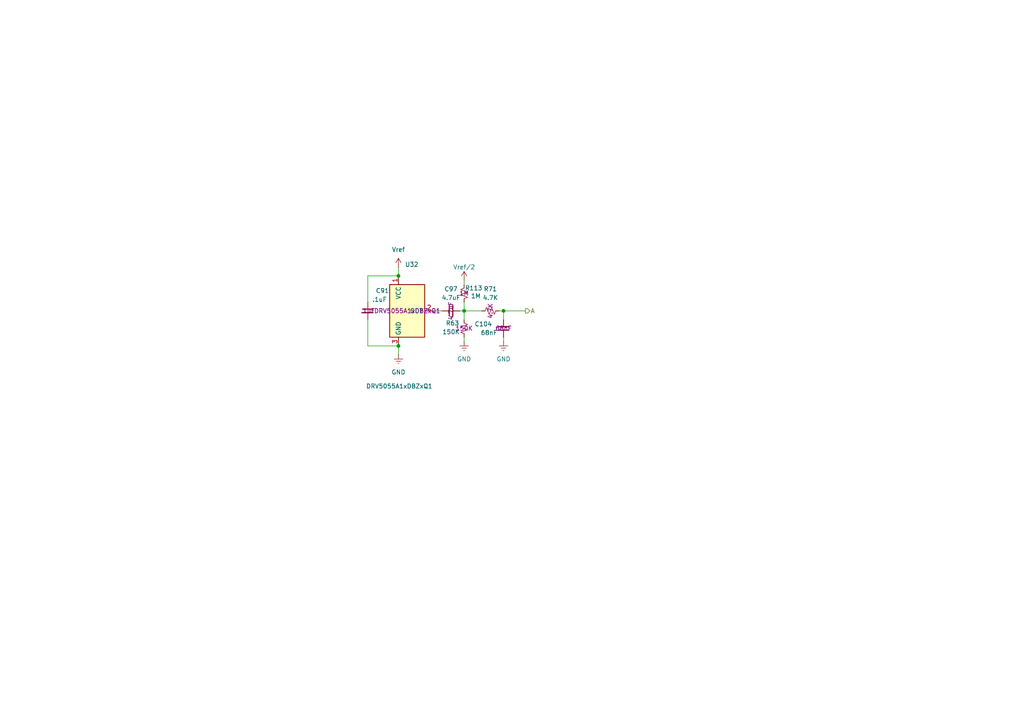
<source format=kicad_sch>
(kicad_sch (version 20250114) (generator "eeschema") (generator_version "9.0")
  (paper "A4")
  (lib_symbols
    (symbol "Device:C_Small" (pin_numbers (hide yes)) (pin_names (offset 0.254) (hide yes))
      (property "Reference" "C" (at 0.254 1.778 0))
      (property "Value" "C_Small" (at 0.254 -2.032 0))
      (symbol "C_Small_0_1"
        (polyline (pts (xy -1.524 0.508) (xy 1.524 0.508)) (stroke (width 0.3048)))
        (polyline (pts (xy -1.524 -0.508) (xy 1.524 -0.508)) (stroke (width 0.3302)))
      )
      (symbol "C_Small_1_1"
        (pin passive line (at 0 2.54 270) (length 2.032) (name "~") (number "1"))
        (pin passive line (at 0 -2.54 90) (length 2.032) (name "~") (number "2"))
      )
    )
    (symbol "Device:R_Small_US" (pin_numbers (hide yes)) (pin_names (offset 0.254) (hide yes))
      (property "Reference" "R" (at 0.762 0.508 0))
      (property "Value" "R_Small_US" (at 0.762 -1.016 0))
      (symbol "R_Small_US_1_1"
        (polyline (pts (xy 0 1.524) (xy 1.016 1.143) (xy 0 0.762) (xy -1.016 0.381) (xy 0 0)))
        (polyline (pts (xy 0 0) (xy 1.016 -0.381) (xy 0 -0.762) (xy -1.016 -1.143) (xy 0 -1.524)))
        (pin passive line (at 0 2.54 270) (length 1.016) (name "~") (number "1"))
        (pin passive line (at 0 -2.54 90) (length 1.016) (name "~") (number "2"))
      )
    )
    (symbol "Sensor_Magnetic:DRV5055A1xDBZxQ1"
      (property "Reference" "U" (at 2.54 12.7 0))
      (property "Value" "DRV5055A1xDBZxQ1" (at 2.54 10.16 0))
      (symbol "DRV5055A1xDBZxQ1_1_1"
        (rectangle (start -5.08 7.62) (end 5.08 -7.62) (stroke (width 0.254)) (fill (type background)))
        (pin power_in line (at -2.54 10.16 270) (length 2.54) (name "VCC") (number "1"))
        (pin power_in line (at -2.54 -10.16 90) (length 2.54) (name "GND") (number "3"))
        (pin output line (at 7.62 0 180) (length 2.54) (name "OUT") (number "2"))
      )
    )
    (symbol "power:Earth" (power) (pin_numbers (hide yes)) (pin_names (offset 0) (hide yes))
      (property "Value" "Earth" (at 0 -3.81 0))
      (symbol "Earth_0_1"
        (polyline (pts (xy -0.635 -1.905) (xy 0.635 -1.905)))
        (polyline (pts (xy -0.127 -2.54) (xy 0.127 -2.54)))
        (polyline (pts (xy 0 -1.27) (xy 0 0)))
        (polyline (pts (xy 1.27 -1.27) (xy -1.27 -1.27)))
      )
      (symbol "Earth_1_1"
        (pin power_in line (at 0 0 270) (length 0) (name "~") (number "1"))
      )
    )
    (symbol "power:VCC" (power) (pin_numbers (hide yes)) (pin_names (offset 0) (hide yes))
      (property "Value" "VCC" (at 0 3.556 0))
      (symbol "VCC_0_1"
        (polyline (pts (xy -0.762 1.27) (xy 0 2.54)))
        (polyline (pts (xy 0 2.54) (xy 0.762 1.27)))
        (polyline (pts (xy 0 0) (xy 0 2.54)))
      )
      (symbol "VCC_1_1"
        (pin power_in line (at 0 0 90) (length 0) (name "~") (number "1"))
      )
    )
  )
  (junction (at 115.57 100.33))
  (junction (at 134.62 90.17))
  (junction (at 115.57 80.01))
  (junction (at 146.05 90.17))
  (wire (pts (xy 146.05 90.17) (xy 152.4 90.17)))
  (wire (pts (xy 146.05 90.17) (xy 146.05 92.71)))
  (wire (pts (xy 134.62 90.17) (xy 134.62 92.71)))
  (wire (pts (xy 106.68 100.33) (xy 115.57 100.33)))
  (wire (pts (xy 106.68 80.01) (xy 106.68 87.63)))
  (wire (pts (xy 106.68 92.71) (xy 106.68 100.33)))
  (wire (pts (xy 133.35 90.17) (xy 134.62 90.17)))
  (wire (pts (xy 115.57 80.01) (xy 106.68 80.01)))
  (wire (pts (xy 134.62 97.79) (xy 134.62 99.06)))
  (wire (pts (xy 115.57 77.47) (xy 115.57 80.01)))
  (wire (pts (xy 115.57 100.33) (xy 115.57 102.87)))
  (wire (pts (xy 134.62 87.63) (xy 134.62 90.17)))
  (wire (pts (xy 134.62 90.17) (xy 139.7 90.17)))
  (wire (pts (xy 144.78 90.17) (xy 146.05 90.17)))
  (wire (pts (xy 134.62 81.28) (xy 134.62 82.55)))
  (wire (pts (xy 125.73 90.17) (xy 128.27 90.17)))
  (wire (pts (xy 146.05 97.79) (xy 146.05 99.06)))
  (hierarchical_label "A" (shape output) (at 152.4 90.17 0))
  (symbol (lib_id "power:Earth") (at 146.05 99.06 0) (unit 1)
    (property "Reference" "#PWR090" (effects (hide yes)))
    (property "Value" "GND" (at 146.05 104.14 0))
    (property "Description" "Power symbol creates a global label with name \"Earth\"" (effects (hide yes)))
    (instances (project "Array" (path "" (reference "#PWR0200") (unit 1)) (path "" (reference "#PWR0170") (unit 1)) (path "" (reference "#PWR096") (unit 1)) (path "" (reference "#PWR0201") (unit 1)) (path "" (reference "#PWR0123") (unit 1)) (path "" (reference "#PWR0142") (unit 1)) (path "" (reference "#PWR0110") (unit 1)) (path "" (reference "#PWR0107") (unit 1)) (path "" (reference "#PWR0141") (unit 1)) (path "" (reference "#PWR0119") (unit 1)) (path "" (reference "#PWR0122") (unit 1)) (path "" (reference "#PWR0139") (unit 1)) (path "" (reference "#PWR0121") (unit 1)) (path "" (reference "#PWR0109") (unit 1)) (path "" (reference "#PWR0171") (unit 1)) (path "" (reference "#PWR0144") (unit 1)) (path "" (reference "#PWR0111") (unit 1)) (path "" (reference "#PWR0140") (unit 1)) (path "" (reference "#PWR090") (unit 1)) (path "" (reference "#PWR0108") (unit 1)) (path "" (reference "#PWR0202") (unit 1)) (path "" (reference "#PWR0199") (unit 1)) (path "" (reference "#PWR0173") (unit 1)) (path "" (reference "#PWR0172") (unit 1)) (path "" (reference "#PWR0124") (unit 1)) (path "" (reference "#PWR0100") (unit 1)) (path "" (reference "#PWR0120") (unit 1)) (path "" (reference "#PWR0203") (unit 1)) (path "" (reference "#PWR0143") (unit 1)) (path "" (reference "#PWR0174") (unit 1)) (path "" (reference "#PWR098") (unit 1)) (path "" (reference "#PWR0169") (unit 1)) (path "" (reference "#PWR0204") (unit 1)) (path "" (reference "#PWR094") (unit 1)) (path "" (reference "#PWR092") (unit 1)) (path "" (reference "#PWR0112") (unit 1))))
  )
  (symbol (lib_id "power:Earth") (at 115.57 102.87 0) (unit 1)
    (property "Reference" "#PWR026" (effects (hide yes)))
    (property "Value" "GND" (at 115.57 107.95 0))
    (property "Description" "Power symbol creates a global label with name \"Earth\"" (effects (hide yes)))
    (instances (project "Array" (path "" (reference "#PWR0182") (unit 1)) (path "" (reference "#PWR0152") (unit 1)) (path "" (reference "#PWR035") (unit 1)) (path "" (reference "#PWR0183") (unit 1)) (path "" (reference "#PWR071") (unit 1)) (path "" (reference "#PWR088") (unit 1)) (path "" (reference "#PWR052") (unit 1)) (path "" (reference "#PWR049") (unit 1)) (path "" (reference "#PWR087") (unit 1)) (path "" (reference "#PWR067") (unit 1)) (path "" (reference "#PWR070") (unit 1)) (path "" (reference "#PWR085") (unit 1)) (path "" (reference "#PWR069") (unit 1)) (path "" (reference "#PWR051") (unit 1)) (path "" (reference "#PWR0153") (unit 1)) (path "" (reference "#PWR0126") (unit 1)) (path "" (reference "#PWR053") (unit 1)) (path "" (reference "#PWR086") (unit 1)) (path "" (reference "#PWR026") (unit 1)) (path "" (reference "#PWR050") (unit 1)) (path "" (reference "#PWR0184") (unit 1)) (path "" (reference "#PWR0181") (unit 1)) (path "" (reference "#PWR0155") (unit 1)) (path "" (reference "#PWR0154") (unit 1)) (path "" (reference "#PWR072") (unit 1)) (path "" (reference "#PWR041") (unit 1)) (path "" (reference "#PWR068") (unit 1)) (path "" (reference "#PWR0185") (unit 1)) (path "" (reference "#PWR0125") (unit 1)) (path "" (reference "#PWR0156") (unit 1)) (path "" (reference "#PWR038") (unit 1)) (path "" (reference "#PWR0151") (unit 1)) (path "" (reference "#PWR0186") (unit 1)) (path "" (reference "#PWR032") (unit 1)) (path "" (reference "#PWR029") (unit 1)) (path "" (reference "#PWR054") (unit 1))))
  )
  (symbol (lib_id "Device:C_Small") (at 106.68 90.17 0) (unit 1)
    (property "Reference" "C1" (at 108.966 84.328 0) (effects (justify left)))
    (property "Value" ".1uF" (at 107.95 86.868 0) (effects (justify left)))
    (property "Footprint" "Capacitor_SMD:C_0603_1608Metric" (effects (hide yes)))
    (property "Description" "Unpolarized capacitor, small symbol" (effects (hide yes)))
    (property "Part Number" ".1uF" (at 106.68 90.17 0))
    (instances (project "Array" (path "" (reference "C91") (unit 1)) (path "" (reference "C73") (unit 1)) (path "" (reference "C10") (unit 1)) (path "" (reference "C93") (unit 1)) (path "" (reference "C41") (unit 1)) (path "" (reference "C58") (unit 1)) (path "" (reference "C22") (unit 1)) (path "" (reference "C20") (unit 1)) (path "" (reference "C57") (unit 1)) (path "" (reference "C38") (unit 1)) (path "" (reference "C40") (unit 1)) (path "" (reference "C56") (unit 1)) (path "" (reference "C39") (unit 1)) (path "" (reference "C21") (unit 1)) (path "" (reference "C75") (unit 1)) (path "" (reference "C60") (unit 1)) (path "" (reference "C23") (unit 1)) (path "" (reference "C55") (unit 1)) (path "" (reference "C1") (unit 1)) (path "" (reference "C19") (unit 1)) (path "" (reference "C94") (unit 1)) (path "" (reference "C92") (unit 1)) (path "" (reference "C77") (unit 1)) (path "" (reference "C76") (unit 1)) (path "" (reference "C42") (unit 1)) (path "" (reference "C16") (unit 1)) (path "" (reference "C37") (unit 1)) (path "" (reference "C95") (unit 1)) (path "" (reference "C59") (unit 1)) (path "" (reference "C78") (unit 1)) (path "" (reference "C13") (unit 1)) (path "" (reference "C74") (unit 1)) (path "" (reference "C96") (unit 1)) (path "" (reference "C7") (unit 1)) (path "" (reference "C4") (unit 1)) (path "" (reference "C24") (unit 1))))
  )
  (symbol (lib_id "Sensor_Magnetic:DRV5055A1xDBZxQ1") (at 118.11 90.17 0) (unit 1)
    (property "Reference" "U1" (at 121.412 76.708 0) (effects (justify right)))
    (property "Value" "DRV5055A1xDBZxQ1" (at 125.476 112.014 0) (effects (justify right)))
    (property "Footprint" "Package_TO_SOT_SMD:SOT-23" (effects (hide yes)))
    (property "Datasheet" "https://www.ti.com/lit/ds/symlink/drv5055-q1.pdf" (effects (hide yes)))
    (property "Description" "100 mV/mT,±21-mT, 20-kHz, 3.3/5V, SOT-23" (effects (hide yes)))
    (property "Part Number" "DRV5055A1xDBZxQ1" (at 118.11 90.17 0))
    (instances (project "Array" (path "" (reference "U32") (unit 1)) (path "" (reference "U26") (unit 1)) (path "" (reference "U4") (unit 1)) (path "" (reference "U33") (unit 1)) (path "" (reference "U17") (unit 1)) (path "" (reference "U22") (unit 1)) (path "" (reference "U10") (unit 1)) (path "" (reference "U7") (unit 1)) (path "" (reference "U21") (unit 1)) (path "" (reference "U13") (unit 1)) (path "" (reference "U16") (unit 1)) (path "" (reference "U19") (unit 1)) (path "" (reference "U15") (unit 1)) (path "" (reference "U9") (unit 1)) (path "" (reference "U27") (unit 1)) (path "" (reference "U24") (unit 1)) (path "" (reference "U11") (unit 1)) (path "" (reference "U20") (unit 1)) (path "" (reference "U1") (unit 1)) (path "" (reference "U8") (unit 1)) (path "" (reference "U34") (unit 1)) (path "" (reference "U31") (unit 1)) (path "" (reference "U29") (unit 1)) (path "" (reference "U28") (unit 1)) (path "" (reference "U18") (unit 1)) (path "" (reference "U6") (unit 1)) (path "" (reference "U14") (unit 1)) (path "" (reference "U35") (unit 1)) (path "" (reference "U23") (unit 1)) (path "" (reference "U30") (unit 1)) (path "" (reference "U5") (unit 1)) (path "" (reference "U25") (unit 1)) (path "" (reference "U36") (unit 1)) (path "" (reference "U3") (unit 1)) (path "" (reference "U2") (unit 1)) (path "" (reference "U12") (unit 1))))
  )
  (symbol (lib_id "Device:R_Small_US") (at 142.24 90.17 90) (unit 1)
    (property "Reference" "R1" (at 142.24 83.82 90))
    (property "Value" "4.7K" (at 142.24 86.36 90))
    (property "Footprint" "Resistor_SMD:R_0603_1608Metric" (effects (hide yes)))
    (property "Description" "Resistor, small US symbol" (effects (hide yes)))
    (property "Part Number" "4.7K" (at 142.24 90.17 0))
    (instances (project "Array" (path "" (reference "R71") (unit 1)) (path "" (reference "R59") (unit 1)) (path "" (reference "R8") (unit 1)) (path "" (reference "R69") (unit 1)) (path "" (reference "R34") (unit 1)) (path "" (reference "R44") (unit 1)) (path "" (reference "R20") (unit 1)) (path "" (reference "R19") (unit 1)) (path "" (reference "R45") (unit 1)) (path "" (reference "R31") (unit 1)) (path "" (reference "R32") (unit 1)) (path "" (reference "R43") (unit 1)) (path "" (reference "R33") (unit 1)) (path "" (reference "R21") (unit 1)) (path "" (reference "R57") (unit 1)) (path "" (reference "R48") (unit 1)) (path "" (reference "R22") (unit 1)) (path "" (reference "R47") (unit 1)) (path "" (reference "R1") (unit 1)) (path "" (reference "R23") (unit 1)) (path "" (reference "R68") (unit 1)) (path "" (reference "R67") (unit 1)) (path "" (reference "R58") (unit 1)) (path "" (reference "R56") (unit 1)) (path "" (reference "R36") (unit 1)) (path "" (reference "R12") (unit 1)) (path "" (reference "R35") (unit 1)) (path "" (reference "R70") (unit 1)) (path "" (reference "R46") (unit 1)) (path "" (reference "R60") (unit 1)) (path "" (reference "R10") (unit 1)) (path "" (reference "R55") (unit 1)) (path "" (reference "R72") (unit 1)) (path "" (reference "R6") (unit 1)) (path "" (reference "R4") (unit 1)) (path "" (reference "R24") (unit 1))))
  )
  (symbol (lib_id "power:VCC") (at 134.62 81.28 0) (unit 1)
    (property "Reference" "#PWR027" (effects (hide yes)))
    (property "Value" "Vref/2" (at 134.62 77.47 0))
    (property "Description" "Power symbol creates a global label with name \"VCC\"" (effects (hide yes)))
    (instances (project "Array" (path "" (reference "#PWR0190") (unit 1)) (path "" (reference "#PWR0160") (unit 1)) (path "" (reference "#PWR036") (unit 1)) (path "" (reference "#PWR0188") (unit 1)) (path "" (reference "#PWR073") (unit 1)) (path "" (reference "#PWR0129") (unit 1)) (path "" (reference "#PWR057") (unit 1)) (path "" (reference "#PWR059") (unit 1)) (path "" (reference "#PWR0128") (unit 1)) (path "" (reference "#PWR077") (unit 1)) (path "" (reference "#PWR075") (unit 1)) (path "" (reference "#PWR0131") (unit 1)) (path "" (reference "#PWR074") (unit 1)) (path "" (reference "#PWR056") (unit 1)) (path "" (reference "#PWR0158") (unit 1)) (path "" (reference "#PWR0132") (unit 1)) (path "" (reference "#PWR055") (unit 1)) (path "" (reference "#PWR0130") (unit 1)) (path "" (reference "#PWR027") (unit 1)) (path "" (reference "#PWR058") (unit 1)) (path "" (reference "#PWR0189") (unit 1)) (path "" (reference "#PWR0191") (unit 1)) (path "" (reference "#PWR0157") (unit 1)) (path "" (reference "#PWR0159") (unit 1)) (path "" (reference "#PWR078") (unit 1)) (path "" (reference "#PWR042") (unit 1)) (path "" (reference "#PWR076") (unit 1)) (path "" (reference "#PWR0187") (unit 1)) (path "" (reference "#PWR0127") (unit 1)) (path "" (reference "#PWR0162") (unit 1)) (path "" (reference "#PWR039") (unit 1)) (path "" (reference "#PWR0161") (unit 1)) (path "" (reference "#PWR0192") (unit 1)) (path "" (reference "#PWR033") (unit 1)) (path "" (reference "#PWR030") (unit 1)) (path "" (reference "#PWR060") (unit 1))))
  )
  (symbol (lib_id "Device:C_Small") (at 146.05 95.25 0) (mirror x) (unit 1)
    (property "Reference" "C3" (at 142.748 93.98 0) (effects (justify right)))
    (property "Value" "68nF" (at 144.272 96.52 0) (effects (justify right)))
    (property "Footprint" "Capacitor_SMD:C_0603_1608Metric" (effects (hide yes)))
    (property "Description" "Unpolarized capacitor, small symbol" (effects (hide yes)))
    (property "Part Number" "68nF" (at 146.05 95.25 0))
    (instances (project "Array" (path "" (reference "C104") (unit 1)) (path "" (reference "C86") (unit 1)) (path "" (reference "C12") (unit 1)) (path "" (reference "C105") (unit 1)) (path "" (reference "C53") (unit 1)) (path "" (reference "C70") (unit 1)) (path "" (reference "C34") (unit 1)) (path "" (reference "C31") (unit 1)) (path "" (reference "C69") (unit 1)) (path "" (reference "C49") (unit 1)) (path "" (reference "C52") (unit 1)) (path "" (reference "C67") (unit 1)) (path "" (reference "C51") (unit 1)) (path "" (reference "C33") (unit 1)) (path "" (reference "C87") (unit 1)) (path "" (reference "C72") (unit 1)) (path "" (reference "C35") (unit 1)) (path "" (reference "C68") (unit 1)) (path "" (reference "C3") (unit 1)) (path "" (reference "C32") (unit 1)) (path "" (reference "C106") (unit 1)) (path "" (reference "C103") (unit 1)) (path "" (reference "C89") (unit 1)) (path "" (reference "C88") (unit 1)) (path "" (reference "C54") (unit 1)) (path "" (reference "C18") (unit 1)) (path "" (reference "C50") (unit 1)) (path "" (reference "C107") (unit 1)) (path "" (reference "C71") (unit 1)) (path "" (reference "C90") (unit 1)) (path "" (reference "C15") (unit 1)) (path "" (reference "C85") (unit 1)) (path "" (reference "C108") (unit 1)) (path "" (reference "C9") (unit 1)) (path "" (reference "C6") (unit 1)) (path "" (reference "C36") (unit 1))))
  )
  (symbol (lib_id "Device:R_Small_US") (at 134.62 85.09 0) (mirror y) (unit 1)
    (property "Reference" "R82" (at 139.954 83.566 0) (effects (justify left)))
    (property "Value" "1M" (at 139.446 85.852 0) (effects (justify left)))
    (property "Footprint" "Resistor_SMD:R_0603_1608Metric" (effects (hide yes)))
    (property "Description" "Resistor, small US symbol" (effects (hide yes)))
    (property "Part Number" "1M" (at 134.62 85.09 0))
    (instances (project "Array" (path "" (reference "R113") (unit 1)) (path "" (reference "R107") (unit 1)) (path "" (reference "R85") (unit 1)) (path "" (reference "R114") (unit 1)) (path "" (reference "R98") (unit 1)) (path "" (reference "R103") (unit 1)) (path "" (reference "R91") (unit 1)) (path "" (reference "R88") (unit 1)) (path "" (reference "R102") (unit 1)) (path "" (reference "R94") (unit 1)) (path "" (reference "R97") (unit 1)) (path "" (reference "R100") (unit 1)) (path "" (reference "R96") (unit 1)) (path "" (reference "R90") (unit 1)) (path "" (reference "R108") (unit 1)) (path "" (reference "R105") (unit 1)) (path "" (reference "R92") (unit 1)) (path "" (reference "R101") (unit 1)) (path "" (reference "R82") (unit 1)) (path "" (reference "R89") (unit 1)) (path "" (reference "R115") (unit 1)) (path "" (reference "R112") (unit 1)) (path "" (reference "R110") (unit 1)) (path "" (reference "R109") (unit 1)) (path "" (reference "R99") (unit 1)) (path "" (reference "R87") (unit 1)) (path "" (reference "R95") (unit 1)) (path "" (reference "R116") (unit 1)) (path "" (reference "R104") (unit 1)) (path "" (reference "R111") (unit 1)) (path "" (reference "R86") (unit 1)) (path "" (reference "R106") (unit 1)) (path "" (reference "R117") (unit 1)) (path "" (reference "R84") (unit 1)) (path "" (reference "R83") (unit 1)) (path "" (reference "R93") (unit 1))))
  )
  (symbol (lib_id "power:Earth") (at 134.62 99.06 0) (unit 1)
    (property "Reference" "#PWR089" (effects (hide yes)))
    (property "Value" "GND" (at 134.62 104.14 0))
    (property "Description" "Power symbol creates a global label with name \"Earth\"" (effects (hide yes)))
    (instances (project "Array" (path "" (reference "#PWR0194") (unit 1)) (path "" (reference "#PWR0164") (unit 1)) (path "" (reference "#PWR095") (unit 1)) (path "" (reference "#PWR0195") (unit 1)) (path "" (reference "#PWR0117") (unit 1)) (path "" (reference "#PWR0136") (unit 1)) (path "" (reference "#PWR0104") (unit 1)) (path "" (reference "#PWR0101") (unit 1)) (path "" (reference "#PWR0135") (unit 1)) (path "" (reference "#PWR0113") (unit 1)) (path "" (reference "#PWR0116") (unit 1)) (path "" (reference "#PWR0133") (unit 1)) (path "" (reference "#PWR0115") (unit 1)) (path "" (reference "#PWR0103") (unit 1)) (path "" (reference "#PWR0165") (unit 1)) (path "" (reference "#PWR0138") (unit 1)) (path "" (reference "#PWR0105") (unit 1)) (path "" (reference "#PWR0134") (unit 1)) (path "" (reference "#PWR089") (unit 1)) (path "" (reference "#PWR0102") (unit 1)) (path "" (reference "#PWR0196") (unit 1)) (path "" (reference "#PWR0193") (unit 1)) (path "" (reference "#PWR0167") (unit 1)) (path "" (reference "#PWR0166") (unit 1)) (path "" (reference "#PWR0118") (unit 1)) (path "" (reference "#PWR099") (unit 1)) (path "" (reference "#PWR0114") (unit 1)) (path "" (reference "#PWR0197") (unit 1)) (path "" (reference "#PWR0137") (unit 1)) (path "" (reference "#PWR0168") (unit 1)) (path "" (reference "#PWR097") (unit 1)) (path "" (reference "#PWR0163") (unit 1)) (path "" (reference "#PWR0198") (unit 1)) (path "" (reference "#PWR093") (unit 1)) (path "" (reference "#PWR091") (unit 1)) (path "" (reference "#PWR0106") (unit 1))))
  )
  (symbol (lib_id "power:VCC") (at 115.57 77.47 0) (unit 1)
    (property "Reference" "#PWR025" (effects (hide yes)))
    (property "Value" "Vref" (at 115.57 72.39 0))
    (property "Description" "Power symbol creates a global label with name \"VCC\"" (effects (hide yes)))
    (instances (project "Array" (path "" (reference "#PWR0176") (unit 1)) (path "" (reference "#PWR0146") (unit 1)) (path "" (reference "#PWR034") (unit 1)) (path "" (reference "#PWR0177") (unit 1)) (path "" (reference "#PWR065") (unit 1)) (path "" (reference "#PWR082") (unit 1)) (path "" (reference "#PWR046") (unit 1)) (path "" (reference "#PWR043") (unit 1)) (path "" (reference "#PWR081") (unit 1)) (path "" (reference "#PWR061") (unit 1)) (path "" (reference "#PWR064") (unit 1)) (path "" (reference "#PWR079") (unit 1)) (path "" (reference "#PWR063") (unit 1)) (path "" (reference "#PWR045") (unit 1)) (path "" (reference "#PWR0147") (unit 1)) (path "" (reference "#PWR084") (unit 1)) (path "" (reference "#PWR047") (unit 1)) (path "" (reference "#PWR080") (unit 1)) (path "" (reference "#PWR025") (unit 1)) (path "" (reference "#PWR044") (unit 1)) (path "" (reference "#PWR0178") (unit 1)) (path "" (reference "#PWR0175") (unit 1)) (path "" (reference "#PWR0149") (unit 1)) (path "" (reference "#PWR0148") (unit 1)) (path "" (reference "#PWR066") (unit 1)) (path "" (reference "#PWR040") (unit 1)) (path "" (reference "#PWR062") (unit 1)) (path "" (reference "#PWR0179") (unit 1)) (path "" (reference "#PWR083") (unit 1)) (path "" (reference "#PWR0150") (unit 1)) (path "" (reference "#PWR037") (unit 1)) (path "" (reference "#PWR0145") (unit 1)) (path "" (reference "#PWR0180") (unit 1)) (path "" (reference "#PWR031") (unit 1)) (path "" (reference "#PWR028") (unit 1)) (path "" (reference "#PWR048") (unit 1))))
  )
  (symbol (lib_id "Device:C_Small") (at 130.81 90.17 90) (unit 1)
    (property "Reference" "C2" (at 130.81 83.82 90))
    (property "Value" "4.7uF" (at 130.81 86.36 90))
    (property "Footprint" "Capacitor_SMD:C_0603_1608Metric" (effects (hide yes)))
    (property "Description" "Unpolarized capacitor, small symbol" (effects (hide yes)))
    (property "Part Number" "4.7uF" (at 130.81 90.17 0))
    (instances (project "Array" (path "" (reference "C97") (unit 1)) (path "" (reference "C79") (unit 1)) (path "" (reference "C11") (unit 1)) (path "" (reference "C98") (unit 1)) (path "" (reference "C46") (unit 1)) (path "" (reference "C63") (unit 1)) (path "" (reference "C27") (unit 1)) (path "" (reference "C30") (unit 1)) (path "" (reference "C62") (unit 1)) (path "" (reference "C48") (unit 1)) (path "" (reference "C45") (unit 1)) (path "" (reference "C66") (unit 1)) (path "" (reference "C44") (unit 1)) (path "" (reference "C26") (unit 1)) (path "" (reference "C80") (unit 1)) (path "" (reference "C65") (unit 1)) (path "" (reference "C28") (unit 1)) (path "" (reference "C61") (unit 1)) (path "" (reference "C2") (unit 1)) (path "" (reference "C25") (unit 1)) (path "" (reference "C99") (unit 1)) (path "" (reference "C102") (unit 1)) (path "" (reference "C82") (unit 1)) (path "" (reference "C81") (unit 1)) (path "" (reference "C47") (unit 1)) (path "" (reference "C17") (unit 1)) (path "" (reference "C43") (unit 1)) (path "" (reference "C100") (unit 1)) (path "" (reference "C64") (unit 1)) (path "" (reference "C83") (unit 1)) (path "" (reference "C14") (unit 1)) (path "" (reference "C84") (unit 1)) (path "" (reference "C101") (unit 1)) (path "" (reference "C8") (unit 1)) (path "" (reference "C5") (unit 1)) (path "" (reference "C29") (unit 1))))
  )
  (symbol (lib_id "Device:R_Small_US") (at 134.62 95.25 0) (unit 1)
    (property "Reference" "R2" (at 129.286 93.726 0) (effects (justify left)))
    (property "Value" "150K" (at 128.27 96.266 0) (effects (justify left)))
    (property "Footprint" "Resistor_SMD:R_0603_1608Metric" (effects (hide yes)))
    (property "Description" "Resistor, small US symbol" (effects (hide yes)))
    (property "Part Number" "150K" (at 134.62 95.25 0))
    (instances (project "Array" (path "" (reference "R63") (unit 1)) (path "" (reference "R51") (unit 1)) (path "" (reference "R7") (unit 1)) (path "" (reference "R65") (unit 1)) (path "" (reference "R30") (unit 1)) (path "" (reference "R37") (unit 1)) (path "" (reference "R13") (unit 1)) (path "" (reference "R14") (unit 1)) (path "" (reference "R41") (unit 1)) (path "" (reference "R26") (unit 1)) (path "" (reference "R25") (unit 1)) (path "" (reference "R38") (unit 1)) (path "" (reference "R29") (unit 1)) (path "" (reference "R17") (unit 1)) (path "" (reference "R53") (unit 1)) (path "" (reference "R40") (unit 1)) (path "" (reference "R18") (unit 1)) (path "" (reference "R39") (unit 1)) (path "" (reference "R2") (unit 1)) (path "" (reference "R15") (unit 1)) (path "" (reference "R61") (unit 1)) (path "" (reference "R62") (unit 1)) (path "" (reference "R54") (unit 1)) (path "" (reference "R49") (unit 1)) (path "" (reference "R28") (unit 1)) (path "" (reference "R11") (unit 1)) (path "" (reference "R27") (unit 1)) (path "" (reference "R66") (unit 1)) (path "" (reference "R42") (unit 1)) (path "" (reference "R52") (unit 1)) (path "" (reference "R9") (unit 1)) (path "" (reference "R50") (unit 1)) (path "" (reference "R64") (unit 1)) (path "" (reference "R5") (unit 1)) (path "" (reference "R3") (unit 1)) (path "" (reference "R16") (unit 1))))
  )
)
</source>
